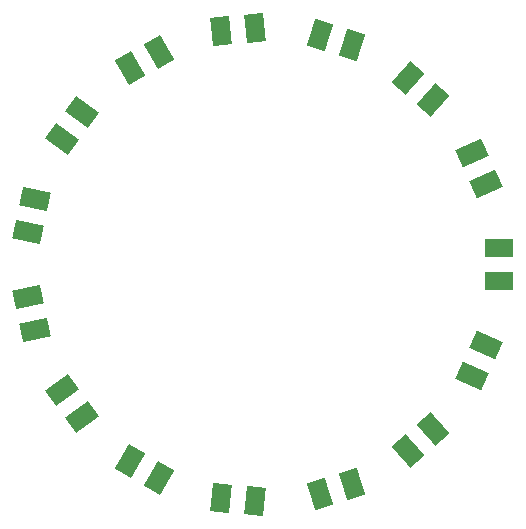
<source format=gtp>
G04*
G04 #@! TF.GenerationSoftware,Altium Limited,Altium Designer,20.0.10 (225)*
G04*
G04 Layer_Color=8421504*
%FSLAX25Y25*%
%MOIN*%
G70*
G01*
G75*
G04:AMPARAMS|DCode=13|XSize=62.99mil|YSize=94.49mil|CornerRadius=0mil|HoleSize=0mil|Usage=FLASHONLY|Rotation=114.000|XOffset=0mil|YOffset=0mil|HoleType=Round|Shape=Rectangle|*
%AMROTATEDRECTD13*
4,1,4,0.05597,-0.00956,-0.03035,-0.04799,-0.05597,0.00956,0.03035,0.04799,0.05597,-0.00956,0.0*
%
%ADD13ROTATEDRECTD13*%

%ADD14R,0.09449X0.06299*%
G04:AMPARAMS|DCode=15|XSize=62.99mil|YSize=94.49mil|CornerRadius=0mil|HoleSize=0mil|Usage=FLASHONLY|Rotation=66.000|XOffset=0mil|YOffset=0mil|HoleType=Round|Shape=Rectangle|*
%AMROTATEDRECTD15*
4,1,4,0.03035,-0.04799,-0.05597,-0.00956,-0.03035,0.04799,0.05597,0.00956,0.03035,-0.04799,0.0*
%
%ADD15ROTATEDRECTD15*%

G04:AMPARAMS|DCode=16|XSize=62.99mil|YSize=94.49mil|CornerRadius=0mil|HoleSize=0mil|Usage=FLASHONLY|Rotation=42.000|XOffset=0mil|YOffset=0mil|HoleType=Round|Shape=Rectangle|*
%AMROTATEDRECTD16*
4,1,4,0.00821,-0.05618,-0.05502,0.01403,-0.00821,0.05618,0.05502,-0.01403,0.00821,-0.05618,0.0*
%
%ADD16ROTATEDRECTD16*%

G04:AMPARAMS|DCode=17|XSize=62.99mil|YSize=94.49mil|CornerRadius=0mil|HoleSize=0mil|Usage=FLASHONLY|Rotation=18.000|XOffset=0mil|YOffset=0mil|HoleType=Round|Shape=Rectangle|*
%AMROTATEDRECTD17*
4,1,4,-0.01536,-0.05467,-0.04455,0.03520,0.01536,0.05467,0.04455,-0.03520,-0.01536,-0.05467,0.0*
%
%ADD17ROTATEDRECTD17*%

G04:AMPARAMS|DCode=18|XSize=62.99mil|YSize=94.49mil|CornerRadius=0mil|HoleSize=0mil|Usage=FLASHONLY|Rotation=354.000|XOffset=0mil|YOffset=0mil|HoleType=Round|Shape=Rectangle|*
%AMROTATEDRECTD18*
4,1,4,-0.03626,-0.04369,-0.02639,0.05028,0.03626,0.04369,0.02639,-0.05028,-0.03626,-0.04369,0.0*
%
%ADD18ROTATEDRECTD18*%

G04:AMPARAMS|DCode=19|XSize=62.99mil|YSize=94.49mil|CornerRadius=0mil|HoleSize=0mil|Usage=FLASHONLY|Rotation=330.000|XOffset=0mil|YOffset=0mil|HoleType=Round|Shape=Rectangle|*
%AMROTATEDRECTD19*
4,1,4,-0.05090,-0.02517,-0.00365,0.05666,0.05090,0.02517,0.00365,-0.05666,-0.05090,-0.02517,0.0*
%
%ADD19ROTATEDRECTD19*%

G04:AMPARAMS|DCode=20|XSize=62.99mil|YSize=94.49mil|CornerRadius=0mil|HoleSize=0mil|Usage=FLASHONLY|Rotation=306.000|XOffset=0mil|YOffset=0mil|HoleType=Round|Shape=Rectangle|*
%AMROTATEDRECTD20*
4,1,4,-0.05673,-0.00229,0.01971,0.05325,0.05673,0.00229,-0.01971,-0.05325,-0.05673,-0.00229,0.0*
%
%ADD20ROTATEDRECTD20*%

G04:AMPARAMS|DCode=21|XSize=62.99mil|YSize=94.49mil|CornerRadius=0mil|HoleSize=0mil|Usage=FLASHONLY|Rotation=282.000|XOffset=0mil|YOffset=0mil|HoleType=Round|Shape=Rectangle|*
%AMROTATEDRECTD21*
4,1,4,-0.05276,0.02099,0.03966,0.04063,0.05276,-0.02099,-0.03966,-0.04063,-0.05276,0.02099,0.0*
%
%ADD21ROTATEDRECTD21*%

G04:AMPARAMS|DCode=22|XSize=62.99mil|YSize=94.49mil|CornerRadius=0mil|HoleSize=0mil|Usage=FLASHONLY|Rotation=258.000|XOffset=0mil|YOffset=0mil|HoleType=Round|Shape=Rectangle|*
%AMROTATEDRECTD22*
4,1,4,-0.03966,0.04063,0.05276,0.02099,0.03966,-0.04063,-0.05276,-0.02099,-0.03966,0.04063,0.0*
%
%ADD22ROTATEDRECTD22*%

G04:AMPARAMS|DCode=23|XSize=62.99mil|YSize=94.49mil|CornerRadius=0mil|HoleSize=0mil|Usage=FLASHONLY|Rotation=234.000|XOffset=0mil|YOffset=0mil|HoleType=Round|Shape=Rectangle|*
%AMROTATEDRECTD23*
4,1,4,-0.01971,0.05325,0.05673,-0.00229,0.01971,-0.05325,-0.05673,0.00229,-0.01971,0.05325,0.0*
%
%ADD23ROTATEDRECTD23*%

G04:AMPARAMS|DCode=24|XSize=62.99mil|YSize=94.49mil|CornerRadius=0mil|HoleSize=0mil|Usage=FLASHONLY|Rotation=210.000|XOffset=0mil|YOffset=0mil|HoleType=Round|Shape=Rectangle|*
%AMROTATEDRECTD24*
4,1,4,0.00365,0.05666,0.05090,-0.02517,-0.00365,-0.05666,-0.05090,0.02517,0.00365,0.05666,0.0*
%
%ADD24ROTATEDRECTD24*%

G04:AMPARAMS|DCode=25|XSize=62.99mil|YSize=94.49mil|CornerRadius=0mil|HoleSize=0mil|Usage=FLASHONLY|Rotation=186.000|XOffset=0mil|YOffset=0mil|HoleType=Round|Shape=Rectangle|*
%AMROTATEDRECTD25*
4,1,4,0.02639,0.05028,0.03626,-0.04369,-0.02639,-0.05028,-0.03626,0.04369,0.02639,0.05028,0.0*
%
%ADD25ROTATEDRECTD25*%

G04:AMPARAMS|DCode=26|XSize=62.99mil|YSize=94.49mil|CornerRadius=0mil|HoleSize=0mil|Usage=FLASHONLY|Rotation=162.000|XOffset=0mil|YOffset=0mil|HoleType=Round|Shape=Rectangle|*
%AMROTATEDRECTD26*
4,1,4,0.04455,0.03520,0.01536,-0.05467,-0.04455,-0.03520,-0.01536,0.05467,0.04455,0.03520,0.0*
%
%ADD26ROTATEDRECTD26*%

G04:AMPARAMS|DCode=27|XSize=62.99mil|YSize=94.49mil|CornerRadius=0mil|HoleSize=0mil|Usage=FLASHONLY|Rotation=138.000|XOffset=0mil|YOffset=0mil|HoleType=Round|Shape=Rectangle|*
%AMROTATEDRECTD27*
4,1,4,0.05502,0.01403,-0.00821,-0.05618,-0.05502,-0.01403,0.00821,0.05618,0.05502,0.01403,0.0*
%
%ADD27ROTATEDRECTD27*%

D13*
X192325Y145011D02*
D03*
X187761Y155262D02*
D03*
D14*
X196850Y112500D02*
D03*
Y123721D02*
D03*
D15*
X187761Y80958D02*
D03*
X192325Y91209D02*
D03*
D16*
X166629Y55841D02*
D03*
X174967Y63349D02*
D03*
D17*
X137107Y41490D02*
D03*
X147778Y44958D02*
D03*
D18*
X104300Y40388D02*
D03*
X115459Y39215D02*
D03*
D19*
X73882Y52724D02*
D03*
X83599Y47114D02*
D03*
D20*
X51111Y76367D02*
D03*
X57706Y67289D02*
D03*
D21*
X39924Y107227D02*
D03*
X42257Y96252D02*
D03*
D22*
Y139969D02*
D03*
X39924Y128994D02*
D03*
D23*
X57706Y168931D02*
D03*
X51111Y159854D02*
D03*
D24*
X83599Y189106D02*
D03*
X73882Y183496D02*
D03*
D25*
X115459Y197005D02*
D03*
X104300Y195833D02*
D03*
D26*
X147778Y191263D02*
D03*
X137107Y194730D02*
D03*
D27*
X174967Y172872D02*
D03*
X166629Y180380D02*
D03*
M02*

</source>
